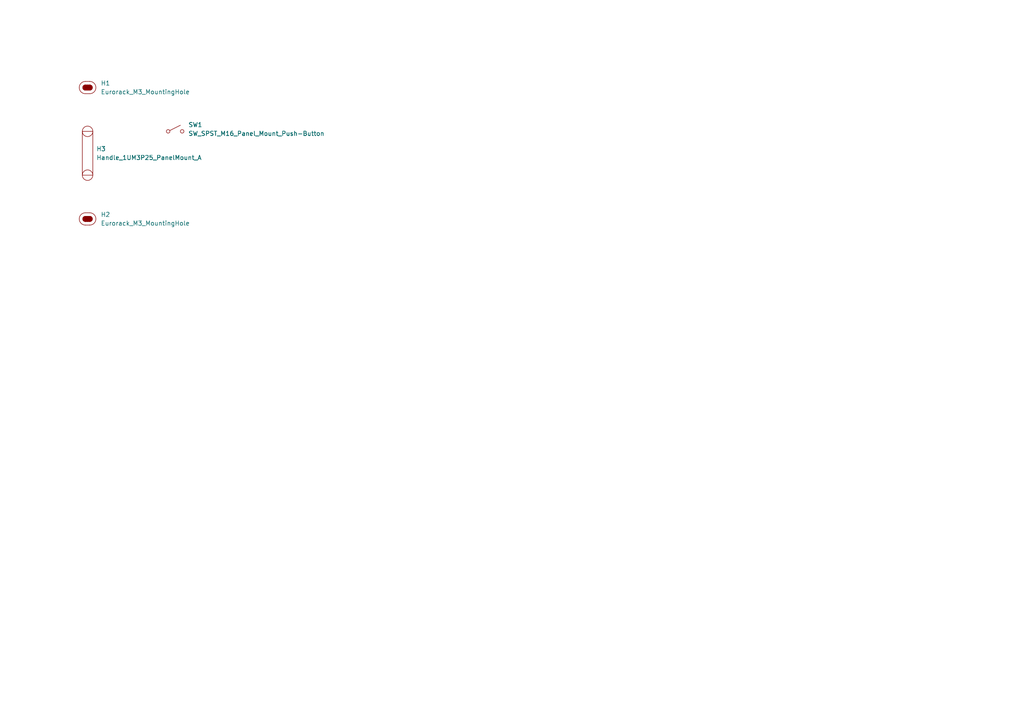
<source format=kicad_sch>
(kicad_sch (version 20250114) (generator "eeschema") (generator_version "9.0")
  (paper "A4")
  (lib_symbols
    (symbol "EXC:Eurorack_M3_MountingHole" (pin_names (offset 1.016))
      (property "Reference" "H" (at 0 5.08 0))
      (property "Value" "Eurorack_M3_MountingHole" (at 0 3.175 0))
      (symbol "Eurorack_M3_MountingHole_0_1"
        (polyline (pts (xy -0.635 0.762) (xy 0.635 0.762)))
        (circle (center -0.635 0) (radius 0.762) (fill (type outline)))
        (arc (start -0.635 -0.762) (mid -1.397 0) (end -0.635 0.762))
        (arc (start -0.635 -1.778) (mid -2.413 0) (end -0.635 1.778))
        (polyline (pts (xy -0.635 -0.762) (xy 0.635 -0.762)))
        (polyline (pts (xy -0.635 -1.778) (xy 0.635 -1.778)))
        (circle (center 0 0) (radius 0.762) (fill (type outline)))
        (polyline (pts (xy 0.635 1.778) (xy -0.635 1.778)))
        (arc (start 0.6141 1.778) (mid 2.4131 0) (end 0.6141 -1.778))
        (arc (start 0.6227 0.762) (mid 1.3971 0) (end 0.6227 -0.762))
        (circle (center 0.635 0) (radius 0.762) (fill (type outline)))
      )
    )
    (symbol "EXC:Handle_1UM3P25_A"
      (property "Reference" "H" (at 0 -6.35 0))
      (property "Value" "Handle_1UM3P25_PanelMount_A" (at 0.254 -17.018 0))
      (symbol "Handle_1UM3P25_A_0_1"
        (rectangle (start -1.524 0) (end 1.524 -12.7))
        (circle (center 0 0) (radius 1.524))
        (circle (center 0 -12.7) (radius 1.524))
      )
    )
    (symbol "EXC:SW_SPST-M16_Panel_Mount_Push-Button" (pin_names (offset 0) (hide yes))
      (property "Reference" "SW" (at 0 3.175 0))
      (property "Value" "SW_SPST_M16_Panel_Mount_Push-Button" (at 0 -2.032 0))
      (symbol "SW_SPST-M16_Panel_Mount_Push-Button_0_0"
        (circle (center -2.032 0) (radius 0.508))
        (polyline (pts (xy -1.524 0.254) (xy 1.524 1.778)))
        (circle (center 2.032 0) (radius 0.508))
      )
    )
  )
  (symbol (lib_id "EXC:Eurorack_M3_MountingHole") (at 25.4 63.5 0) (unit 1)
    (property "Reference" "H2" (at 29.21 62.2299 0) (effects (justify left)))
    (property "Value" "Eurorack_M3_MountingHole" (at 29.21 64.7699 0) (effects (justify left)))
    (property "Footprint" "EXC:MountingHole_3.2mm_M3" (effects (hide yes)))
    (property "Description" "Mounting Hole without connection" (effects (hide yes)))
  )
  (symbol (lib_id "EXC:Handle_1UM3P25_A") (at 25.4 38.1 0) (unit 1)
    (property "Reference" "H3" (at 27.94 43.1799 0) (effects (justify left)))
    (property "Value" "Handle_1UM3P25_PanelMount_A" (at 27.94 45.7199 0) (effects (justify left)))
    (property "Footprint" "EXC:Handle_1UM3P25_A" (effects (hide yes)))
  )
  (symbol (lib_id "EXC:Eurorack_M3_MountingHole") (at 25.4 25.4 0) (unit 1)
    (property "Reference" "H1" (at 29.21 24.1299 0) (effects (justify left)))
    (property "Value" "Eurorack_M3_MountingHole" (at 29.21 26.6699 0) (effects (justify left)))
    (property "Footprint" "EXC:MountingHole_3.2mm_M3" (effects (hide yes)))
    (property "Description" "Mounting Hole without connection" (effects (hide yes)))
  )
  (symbol (lib_id "EXC:SW_SPST-M16_Panel_Mount_Push-Button") (at 50.8 38.1 0) (unit 1)
    (property "Reference" "SW1" (at 54.61 36.1949 0) (effects (justify left)))
    (property "Value" "SW_SPST_M16_Panel_Mount_Push-Button" (at 54.61 38.7349 0) (effects (justify left)))
    (property "Footprint" "EXC:SW_SPST_M16_Panel_Mount_Push-Button" (effects (hide yes)))
    (property "Datasheet" "https://ae01.alicdn.com/kf/Hb7108e41e3624ebcb499960f1397143a2.jpg" (effects (hide yes)))
    (property "Description" "Single Pole Single-Throw (SPST) M16 panel-mount Push-Button switch" (effects (hide yes)))
    (property "Source" "https://www.aliexpress.com/item/4000830670631.html" (effects (hide yes)))
  )
)
</source>
